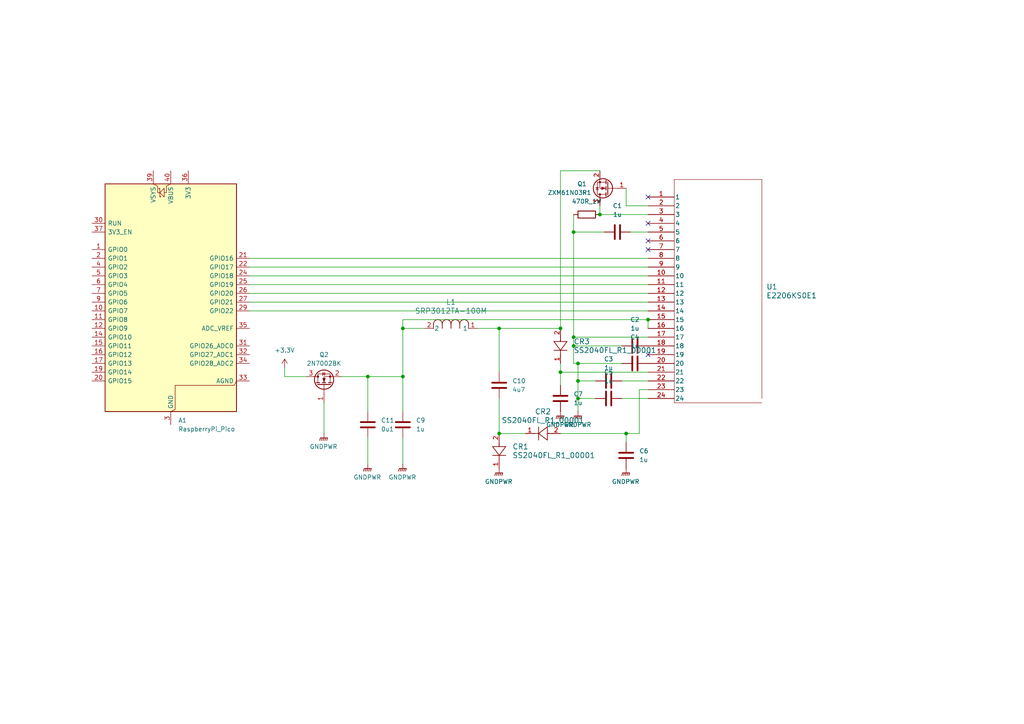
<source format=kicad_sch>
(kicad_sch (version 20250114) (generator "eeschema") (generator_version "9.0")
  (paper "A4")
  (lib_symbols
    (symbol "MCU_Module:RaspberryPi_Pico" (pin_names (offset 0.762))
      (property "Reference" "A" (at -19.05 35.56 0))
      (property "Value" "RaspberryPi_Pico" (at 7.62 35.56 0))
      (symbol "RaspberryPi_Pico_0_1"
        (rectangle (start -19.05 34.29) (end 19.05 -31.75) (stroke (width 0.254)) (fill (type background)))
        (polyline (pts (xy -5.08 34.29) (xy -3.81 33.655) (xy -3.81 31.75) (xy -3.175 31.75)))
        (polyline (pts (xy -3.429 32.766) (xy -3.429 33.02) (xy -3.175 33.02) (xy -3.175 30.48) (xy -2.921 30.48) (xy -2.921 30.734)))
        (polyline (pts (xy -3.175 31.75) (xy -1.905 33.02) (xy -1.905 30.48) (xy -3.175 31.75)))
        (polyline (pts (xy 0 34.29) (xy -1.27 33.655) (xy -1.27 31.75) (xy -1.905 31.75)))
        (polyline (pts (xy 0 -31.75) (xy 1.27 -31.115) (xy 1.27 -24.13) (xy 18.415 -24.13) (xy 19.05 -22.86)))
      )
      (symbol "RaspberryPi_Pico_1_1"
        (pin passive line (at -22.86 22.86 0) (length 3.81) (name "RUN") (number "30"))
        (pin passive line (at -22.86 20.32 0) (length 3.81) (name "3V3_EN") (number "37"))
        (pin bidirectional line (at -22.86 15.24 0) (length 3.81) (name "GPIO0") (number "1"))
        (pin bidirectional line (at -22.86 12.7 0) (length 3.81) (name "GPIO1") (number "2"))
        (pin bidirectional line (at -22.86 10.16 0) (length 3.81) (name "GPIO2") (number "4"))
        (pin bidirectional line (at -22.86 7.62 0) (length 3.81) (name "GPIO3") (number "5"))
        (pin bidirectional line (at -22.86 5.08 0) (length 3.81) (name "GPIO4") (number "6"))
        (pin bidirectional line (at -22.86 2.54 0) (length 3.81) (name "GPIO5") (number "7"))
        (pin bidirectional line (at -22.86 0 0) (length 3.81) (name "GPIO6") (number "9"))
        (pin bidirectional line (at -22.86 -2.54 0) (length 3.81) (name "GPIO7") (number "10"))
        (pin bidirectional line (at -22.86 -5.08 0) (length 3.81) (name "GPIO8") (number "11"))
        (pin bidirectional line (at -22.86 -7.62 0) (length 3.81) (name "GPIO9") (number "12"))
        (pin bidirectional line (at -22.86 -10.16 0) (length 3.81) (name "GPIO10") (number "14"))
        (pin bidirectional line (at -22.86 -12.7 0) (length 3.81) (name "GPIO11") (number "15"))
        (pin bidirectional line (at -22.86 -15.24 0) (length 3.81) (name "GPIO12") (number "16"))
        (pin bidirectional line (at -22.86 -17.78 0) (length 3.81) (name "GPIO13") (number "17"))
        (pin bidirectional line (at -22.86 -20.32 0) (length 3.81) (name "GPIO14") (number "19"))
        (pin bidirectional line (at -22.86 -22.86 0) (length 3.81) (name "GPIO15") (number "20"))
        (pin power_in line (at -5.08 38.1 270) (length 3.81) (name "VSYS") (number "39"))
        (pin power_out line (at 0 38.1 270) (length 3.81) (name "VBUS") (number "40"))
        (pin passive line (at 0 -35.56 90) (length 3.81) (hide yes) (name "GND") (number "13"))
        (pin passive line (at 0 -35.56 90) (length 3.81) (hide yes) (name "GND") (number "18"))
        (pin passive line (at 0 -35.56 90) (length 3.81) (hide yes) (name "GND") (number "23"))
        (pin passive line (at 0 -35.56 90) (length 3.81) (hide yes) (name "GND") (number "28"))
        (pin power_out line (at 0 -35.56 90) (length 3.81) (name "GND") (number "3"))
        (pin passive line (at 0 -35.56 90) (length 3.81) (hide yes) (name "GND") (number "38"))
        (pin passive line (at 0 -35.56 90) (length 3.81) (hide yes) (name "GND") (number "8"))
        (pin power_out line (at 5.08 38.1 270) (length 3.81) (name "3V3") (number "36"))
        (pin bidirectional line (at 22.86 12.7 180) (length 3.81) (name "GPIO16") (number "21"))
        (pin bidirectional line (at 22.86 10.16 180) (length 3.81) (name "GPIO17") (number "22"))
        (pin bidirectional line (at 22.86 7.62 180) (length 3.81) (name "GPIO18") (number "24"))
        (pin bidirectional line (at 22.86 5.08 180) (length 3.81) (name "GPIO19") (number "25"))
        (pin bidirectional line (at 22.86 2.54 180) (length 3.81) (name "GPIO20") (number "26"))
        (pin bidirectional line (at 22.86 0 180) (length 3.81) (name "GPIO21") (number "27"))
        (pin bidirectional line (at 22.86 -2.54 180) (length 3.81) (name "GPIO22") (number "29"))
        (pin power_in line (at 22.86 -7.62 180) (length 3.81) (name "ADC_VREF") (number "35"))
        (pin bidirectional line (at 22.86 -12.7 180) (length 3.81) (name "GPIO26_ADC0") (number "31"))
        (pin bidirectional line (at 22.86 -15.24 180) (length 3.81) (name "GPIO27_ADC1") (number "32"))
        (pin bidirectional line (at 22.86 -17.78 180) (length 3.81) (name "GPIO28_ADC2") (number "34"))
        (pin power_out line (at 22.86 -22.86 180) (length 3.81) (name "AGND") (number "33"))
      )
    )
    (symbol "SRP3012TA-100M:SRP3012TA-100M" (pin_names (offset 0.254))
      (property "Reference" "L" (at 6.985 5.08 0))
      (property "Value" "SRP3012TA-100M" (at 6.985 -2.54 0))
      (symbol "SRP3012TA-100M_1_1"
        (polyline (pts (xy 2.54 0) (xy 2.54 1.27)) (stroke (width 0.2032)))
        (arc (start 2.54 1.27) (mid 3.81 2.5344) (end 5.08 1.27) (stroke (width 0.2032)))
        (polyline (pts (xy 5.08 0) (xy 5.08 1.27)) (stroke (width 0.2032)))
        (arc (start 5.08 1.27) (mid 6.35 2.5344) (end 7.62 1.27) (stroke (width 0.2032)))
        (polyline (pts (xy 7.62 0) (xy 7.62 1.27)) (stroke (width 0.2032)))
        (arc (start 7.62 1.27) (mid 8.89 2.5344) (end 10.16 1.27) (stroke (width 0.2032)))
        (polyline (pts (xy 10.16 0) (xy 10.16 1.27)) (stroke (width 0.2032)))
        (arc (start 10.16 1.27) (mid 11.43 2.5344) (end 12.7 1.27) (stroke (width 0.2032)))
        (polyline (pts (xy 12.7 0) (xy 12.7 1.27)) (stroke (width 0.2032)))
        (pin unspecified line (at 0 0 0) (length 2.54) (name "2") (number "2"))
        (pin unspecified line (at 15.24 0 180) (length 2.54) (name "1") (number "1"))
      )
      (symbol "SRP3012TA-100M_1_2"
        (arc (start -1.27 10.16) (mid -2.5344 11.43) (end -1.27 12.7) (stroke (width 0.2032)))
        (arc (start -1.27 7.62) (mid -2.5344 8.89) (end -1.27 10.16) (stroke (width 0.2032)))
        (arc (start -1.27 5.08) (mid -2.5344 6.35) (end -1.27 7.62) (stroke (width 0.2032)))
        (arc (start -1.27 2.54) (mid -2.5344 3.81) (end -1.27 5.08) (stroke (width 0.2032)))
        (polyline (pts (xy 0 12.7) (xy -1.27 12.7)) (stroke (width 0.2032)))
        (polyline (pts (xy 0 10.16) (xy -1.27 10.16)) (stroke (width 0.2032)))
        (polyline (pts (xy 0 7.62) (xy -1.27 7.62)) (stroke (width 0.2032)))
        (polyline (pts (xy 0 5.08) (xy -1.27 5.08)) (stroke (width 0.2032)))
        (polyline (pts (xy 0 2.54) (xy -1.27 2.54)) (stroke (width 0.2032)))
        (pin unspecified line (at 0 15.24 270) (length 2.54) (name "1") (number "1"))
        (pin unspecified line (at 0 0 90) (length 2.54) (name "2") (number "2"))
      )
    )
    (symbol "SS2040FL_R1_00001:SS2040FL_R1_00001" (pin_names (offset 0.254))
      (property "Reference" "CR" (at 5.08 4.445 0))
      (property "Value" "SS2040FL_R1_00001" (at 5.08 -3.81 0))
      (symbol "SS2040FL_R1_00001_0_1"
        (polyline (pts (xy 2.54 0) (xy 3.4798 0)) (stroke (width 0.2032)))
        (polyline (pts (xy 3.175 0) (xy 3.81 0)) (stroke (width 0.2032)))
        (polyline (pts (xy 3.81 1.905) (xy 3.81 -1.905)) (stroke (width 0.2032)))
        (polyline (pts (xy 3.81 -1.905) (xy 6.35 0)) (stroke (width 0.2032)))
        (polyline (pts (xy 6.35 0) (xy 3.81 1.905)) (stroke (width 0.2032)))
        (polyline (pts (xy 6.35 0) (xy 7.62 0)) (stroke (width 0.2032)))
        (polyline (pts (xy 6.35 -1.905) (xy 6.35 1.905)) (stroke (width 0.2032)))
        (pin unspecified line (at 0 0 0) (length 2.54) (name "") (number "2"))
        (pin unspecified line (at 10.16 0 180) (length 2.54) (name "") (number "1"))
      )
    )
    (symbol "Transistor_FET:ZXM61N03F" (pin_names (offset 0) (hide yes))
      (property "Reference" "Q" (at 5.08 1.905 0))
      (property "Value" "ZXM61N03F" (at 5.08 0 0))
      (symbol "ZXM61N03F_0_1"
        (polyline (pts (xy 0.254 1.905) (xy 0.254 -1.905)) (stroke (width 0.254)))
        (polyline (pts (xy 0.254 0) (xy -2.54 0)))
        (polyline (pts (xy 0.762 2.286) (xy 0.762 1.27)) (stroke (width 0.254)))
        (polyline (pts (xy 0.762 0.508) (xy 0.762 -0.508)) (stroke (width 0.254)))
        (polyline (pts (xy 0.762 -1.27) (xy 0.762 -2.286)) (stroke (width 0.254)))
        (polyline (pts (xy 0.762 -1.778) (xy 3.302 -1.778) (xy 3.302 1.778) (xy 0.762 1.778)))
        (polyline (pts (xy 1.016 0) (xy 2.032 0.381) (xy 2.032 -0.381) (xy 1.016 0)) (fill (type outline)))
        (circle (center 1.651 0) (radius 2.794) (stroke (width 0.254)))
        (polyline (pts (xy 2.54 2.54) (xy 2.54 1.778)))
        (circle (center 2.54 1.778) (radius 0.254) (fill (type outline)))
        (circle (center 2.54 -1.778) (radius 0.254) (fill (type outline)))
        (polyline (pts (xy 2.54 -2.54) (xy 2.54 0) (xy 0.762 0)))
        (polyline (pts (xy 2.921 0.381) (xy 3.683 0.381)))
        (polyline (pts (xy 3.302 0.381) (xy 2.921 -0.254) (xy 3.683 -0.254) (xy 3.302 0.381)))
      )
      (symbol "ZXM61N03F_1_1"
        (pin input line (at -5.08 0 0) (length 2.54) (name "G") (number "1"))
        (pin passive line (at 2.54 5.08 270) (length 2.54) (name "D") (number "3"))
        (pin passive line (at 2.54 -5.08 90) (length 2.54) (name "S") (number "2"))
      )
    )
    (symbol "power:+3.3V" (power) (pin_numbers (hide yes)) (pin_names (offset 0) (hide yes))
      (property "Value" "+3.3V" (at 0 3.556 0))
      (symbol "+3.3V_0_1"
        (polyline (pts (xy -0.762 1.27) (xy 0 2.54)))
        (polyline (pts (xy 0 2.54) (xy 0.762 1.27)))
        (polyline (pts (xy 0 0) (xy 0 2.54)))
      )
      (symbol "+3.3V_1_1"
        (pin power_in line (at 0 0 90) (length 0) (name "~") (number "1"))
      )
    )
    (symbol "power:GNDPWR" (power) (pin_numbers (hide yes)) (pin_names (offset 0) (hide yes))
      (property "Value" "GNDPWR" (at 0 -3.302 0))
      (symbol "GNDPWR_0_1"
        (polyline (pts (xy -1.016 -1.27) (xy -1.27 -2.032) (xy -1.27 -2.032)) (stroke (width 0.2032)))
        (polyline (pts (xy -0.508 -1.27) (xy -0.762 -2.032) (xy -0.762 -2.032)) (stroke (width 0.2032)))
        (polyline (pts (xy 0 -1.27) (xy 0 0)))
        (polyline (pts (xy 0 -1.27) (xy -0.254 -2.032) (xy -0.254 -2.032)) (stroke (width 0.2032)))
        (polyline (pts (xy 0.508 -1.27) (xy 0.254 -2.032) (xy 0.254 -2.032)) (stroke (width 0.2032)))
        (polyline (pts (xy 1.016 -1.27) (xy -1.016 -1.27) (xy -1.016 -1.27)) (stroke (width 0.2032)))
        (polyline (pts (xy 1.016 -1.27) (xy 0.762 -2.032) (xy 0.762 -2.032) (xy 0.762 -2.032)) (stroke (width 0.2032)))
      )
      (symbol "GNDPWR_1_1"
        (pin power_in line (at 0 0 270) (length 0) (name "~") (number "1"))
      )
    )
    (symbol "rsx_Capacitors:0u1" (pin_numbers (hide yes)) (pin_names (offset 0.254))
      (property "Reference" "C" (at 0.635 2.54 0))
      (property "Value" "0u1" (at 0.635 -2.54 0))
      (symbol "0u1_0_1"
        (polyline (pts (xy -2.032 0.762) (xy 2.032 0.762)) (stroke (width 0.508)))
        (polyline (pts (xy -2.032 -0.762) (xy 2.032 -0.762)) (stroke (width 0.508)))
      )
      (symbol "0u1_1_1"
        (pin passive line (at 0 3.81 270) (length 2.794) (name "~") (number "1"))
        (pin passive line (at 0 -3.81 90) (length 2.794) (name "~") (number "2"))
      )
    )
    (symbol "rsx_Capacitors:1u" (pin_numbers (hide yes)) (pin_names (offset 0.254))
      (property "Reference" "C" (at 0.635 2.54 0))
      (property "Value" "1u" (at 0.635 -2.54 0))
      (symbol "1u_0_1"
        (polyline (pts (xy -2.032 0.762) (xy 2.032 0.762)) (stroke (width 0.508)))
        (polyline (pts (xy -2.032 -0.762) (xy 2.032 -0.762)) (stroke (width 0.508)))
      )
      (symbol "1u_1_1"
        (pin passive line (at 0 3.81 270) (length 2.794) (name "~") (number "1"))
        (pin passive line (at 0 -3.81 90) (length 2.794) (name "~") (number "2"))
      )
    )
    (symbol "rsx_Capacitors:4u7" (pin_numbers (hide yes)) (pin_names (offset 0.254))
      (property "Reference" "C" (at 0.635 2.54 0))
      (property "Value" "4u7" (at 0.635 -2.54 0))
      (symbol "4u7_0_1"
        (polyline (pts (xy -2.032 0.762) (xy 2.032 0.762)) (stroke (width 0.508)))
        (polyline (pts (xy -2.032 -0.762) (xy 2.032 -0.762)) (stroke (width 0.508)))
      )
      (symbol "4u7_1_1"
        (pin passive line (at 0 3.81 270) (length 2.794) (name "~") (number "1"))
        (pin passive line (at 0 -3.81 90) (length 2.794) (name "~") (number "2"))
      )
    )
    (symbol "rsx_Resistors:470R_1W" (pin_numbers (hide yes)) (pin_names (offset 0))
      (property "Reference" "R" (at 2.032 0 90))
      (property "Value" "470R_1W" (at 0 0 90))
      (symbol "470R_1W_0_1"
        (rectangle (start -1.016 2.54) (end 1.016 -2.54) (stroke (width 0.254)))
      )
      (symbol "470R_1W_1_1"
        (pin passive line (at 0 3.81 270) (length 1.27) (name "~") (number "1"))
        (pin passive line (at 0 -3.81 90) (length 1.27) (name "~") (number "2"))
      )
    )
    (symbol "rsx_Transistors:2N7002BK" (pin_names (offset 0) (hide yes))
      (property "Reference" "Q" (at 6.35 -1.2701 0))
      (property "Value" "2N7002BK" (at 6.35 1.2699 0))
      (symbol "2N7002BK_0_1"
        (polyline (pts (xy 0.254 1.905) (xy 0.254 -1.905)) (stroke (width 0.254)))
        (polyline (pts (xy 0.254 0) (xy -2.54 0)))
        (polyline (pts (xy 0.762 2.286) (xy 0.762 1.27)) (stroke (width 0.254)))
        (polyline (pts (xy 0.762 0.508) (xy 0.762 -0.508)) (stroke (width 0.254)))
        (polyline (pts (xy 0.762 -1.27) (xy 0.762 -2.286)) (stroke (width 0.254)))
        (polyline (pts (xy 0.762 -1.778) (xy 3.302 -1.778) (xy 3.302 1.778) (xy 0.762 1.778)))
        (polyline (pts (xy 1.016 0) (xy 2.032 0.381) (xy 2.032 -0.381) (xy 1.016 0)) (fill (type outline)))
        (circle (center 1.651 0) (radius 2.794) (stroke (width 0.254)))
        (polyline (pts (xy 2.54 2.54) (xy 2.54 1.778)))
        (circle (center 2.54 1.778) (radius 0.254) (fill (type outline)))
        (circle (center 2.54 -1.778) (radius 0.254) (fill (type outline)))
        (polyline (pts (xy 2.54 -2.54) (xy 2.54 0) (xy 0.762 0)))
        (polyline (pts (xy 2.794 0.508) (xy 2.921 0.381) (xy 3.683 0.381) (xy 3.81 0.254)))
        (polyline (pts (xy 3.302 0.381) (xy 2.921 -0.254) (xy 3.683 -0.254) (xy 3.302 0.381)))
      )
      (symbol "2N7002BK_1_1"
        (pin input line (at -5.08 0 0) (length 2.54) (name "G") (number "1"))
        (pin passive line (at 2.54 5.08 270) (length 2.54) (name "D") (number "3"))
        (pin passive line (at 2.54 -5.08 90) (length 2.54) (name "S") (number "2"))
      )
    )
    (symbol "rsx_misc:GRAPHIC DISPLAY TFT BLACK 2.06{dblquote}" (pin_names (offset 0.254))
      (property "Reference" "U3" (at 20.32 10.16 0))
      (property "Value" "E2206KS0E1" (at 20.32 7.62 0))
      (symbol "GRAPHIC DISPLAY TFT BLACK 2.06{dblquote}_0_1"
        (polyline (pts (xy 7.62 5.08) (xy 7.62 -59.69)) (stroke (width 0.127)))
        (polyline (pts (xy 7.62 -59.69) (xy 33.02 -59.69)) (stroke (width 0.127)))
        (polyline (pts (xy 33.02 5.08) (xy 7.62 5.08)) (stroke (width 0.127)))
        (polyline (pts (xy 33.02 -58.42) (xy 33.02 5.08)) (stroke (width 0.127)))
        (pin unspecified line (at 0 0 0) (length 7.62) (name "1") (number "1"))
        (pin unspecified line (at 0 -2.54 0) (length 7.62) (name "2") (number "2"))
        (pin unspecified line (at 0 -5.08 0) (length 7.62) (name "3") (number "3"))
        (pin unspecified line (at 0 -7.62 0) (length 7.62) (name "4") (number "4"))
        (pin unspecified line (at 0 -10.16 0) (length 7.62) (name "5") (number "5"))
        (pin unspecified line (at 0 -12.7 0) (length 7.62) (name "6") (number "6"))
        (pin unspecified line (at 0 -15.24 0) (length 7.62) (name "7") (number "7"))
        (pin unspecified line (at 0 -17.78 0) (length 7.62) (name "8") (number "8"))
        (pin unspecified line (at 0 -20.32 0) (length 7.62) (name "9") (number "9"))
        (pin unspecified line (at 0 -22.86 0) (length 7.62) (name "10") (number "10"))
        (pin unspecified line (at 0 -25.4 0) (length 7.62) (name "11") (number "11"))
        (pin unspecified line (at 0 -27.94 0) (length 7.62) (name "12") (number "12"))
      )
      (symbol "GRAPHIC DISPLAY TFT BLACK 2.06{dblquote}_1_1"
        (pin unspecified line (at 0 -30.48 0) (length 7.62) (name "13") (number "13"))
        (pin unspecified line (at 0 -33.02 0) (length 7.62) (name "14") (number "14"))
        (pin unspecified line (at 0 -35.56 0) (length 7.62) (name "15") (number "15"))
        (pin unspecified line (at 0 -38.1 0) (length 7.62) (name "16") (number "16"))
        (pin unspecified line (at 0 -40.64 0) (length 7.62) (name "17") (number "17"))
        (pin unspecified line (at 0 -43.18 0) (length 7.62) (name "18") (number "18"))
        (pin unspecified line (at 0 -45.72 0) (length 7.62) (name "19") (number "19"))
        (pin unspecified line (at 0 -48.26 0) (length 7.62) (name "20") (number "20"))
        (pin unspecified line (at 0 -50.8 0) (length 7.62) (name "21") (number "21"))
        (pin unspecified line (at 0 -53.34 0) (length 7.62) (name "22") (number "22"))
        (pin unspecified line (at 0 -55.88 0) (length 7.62) (name "23") (number "23"))
        (pin unspecified line (at 0 -58.42 0) (length 7.62) (name "24") (number "24"))
      )
    )
  )
  (junction (at 181.61 125.73))
  (junction (at 106.68 109.22))
  (junction (at 167.64 105.41))
  (junction (at 116.84 95.25))
  (junction (at 167.64 115.57))
  (junction (at 144.78 95.25))
  (junction (at 162.56 107.95))
  (junction (at 167.64 110.49))
  (junction (at 162.56 95.25))
  (junction (at 166.37 97.79))
  (junction (at 116.84 109.22))
  (junction (at 187.96 92.71))
  (junction (at 166.37 67.31))
  (junction (at 166.37 100.33))
  (junction (at 173.99 62.23))
  (junction (at 144.78 125.73))
  (no_connect (at 187.96 72.39))
  (no_connect (at 187.96 69.85))
  (no_connect (at 187.96 102.87))
  (no_connect (at 187.96 64.77))
  (no_connect (at 187.96 57.15))
  (wire (pts (xy 180.34 110.49) (xy 187.96 110.49)))
  (wire (pts (xy 99.06 109.22) (xy 106.68 109.22)))
  (wire (pts (xy 167.64 119.38) (xy 167.64 115.57)))
  (wire (pts (xy 162.56 125.73) (xy 181.61 125.73)))
  (wire (pts (xy 187.96 62.23) (xy 173.99 62.23)))
  (wire (pts (xy 162.56 107.95) (xy 162.56 111.76)))
  (wire (pts (xy 167.64 110.49) (xy 172.72 110.49)))
  (wire (pts (xy 187.96 115.57) (xy 180.34 115.57)))
  (wire (pts (xy 181.61 54.61) (xy 181.61 59.69)))
  (wire (pts (xy 138.43 95.25) (xy 144.78 95.25)))
  (wire (pts (xy 82.55 106.68) (xy 82.55 109.22)))
  (wire (pts (xy 144.78 125.73) (xy 144.78 115.57)))
  (wire (pts (xy 166.37 62.23) (xy 166.37 67.31)))
  (wire (pts (xy 167.64 105.41) (xy 180.34 105.41)))
  (wire (pts (xy 72.39 85.09) (xy 187.96 85.09)))
  (wire (pts (xy 167.64 105.41) (xy 167.64 110.49)))
  (wire (pts (xy 144.78 95.25) (xy 162.56 95.25)))
  (wire (pts (xy 93.98 116.84) (xy 93.98 125.73)))
  (wire (pts (xy 166.37 105.41) (xy 167.64 105.41)))
  (wire (pts (xy 166.37 67.31) (xy 175.26 67.31)))
  (wire (pts (xy 166.37 67.31) (xy 166.37 97.79)))
  (wire (pts (xy 187.96 113.03) (xy 185.42 113.03)))
  (wire (pts (xy 166.37 100.33) (xy 166.37 105.41)))
  (wire (pts (xy 88.9 109.22) (xy 82.55 109.22)))
  (wire (pts (xy 181.61 59.69) (xy 187.96 59.69)))
  (wire (pts (xy 116.84 95.25) (xy 116.84 109.22)))
  (wire (pts (xy 116.84 92.71) (xy 187.96 92.71)))
  (wire (pts (xy 167.64 110.49) (xy 167.64 115.57)))
  (wire (pts (xy 166.37 97.79) (xy 187.96 97.79)))
  (wire (pts (xy 72.39 82.55) (xy 187.96 82.55)))
  (wire (pts (xy 173.99 62.23) (xy 173.99 59.69)))
  (wire (pts (xy 166.37 97.79) (xy 166.37 100.33)))
  (wire (pts (xy 167.64 115.57) (xy 172.72 115.57)))
  (wire (pts (xy 72.39 77.47) (xy 187.96 77.47)))
  (wire (pts (xy 72.39 80.01) (xy 187.96 80.01)))
  (wire (pts (xy 187.96 107.95) (xy 162.56 107.95)))
  (wire (pts (xy 106.68 109.22) (xy 106.68 119.38)))
  (wire (pts (xy 185.42 113.03) (xy 185.42 125.73)))
  (wire (pts (xy 116.84 119.38) (xy 116.84 109.22)))
  (wire (pts (xy 116.84 92.71) (xy 116.84 95.25)))
  (wire (pts (xy 72.39 90.17) (xy 187.96 90.17)))
  (wire (pts (xy 162.56 105.41) (xy 162.56 107.95)))
  (wire (pts (xy 72.39 74.93) (xy 187.96 74.93)))
  (wire (pts (xy 187.96 92.71) (xy 187.96 95.25)))
  (wire (pts (xy 116.84 95.25) (xy 123.19 95.25)))
  (wire (pts (xy 173.99 49.53) (xy 162.56 49.53)))
  (wire (pts (xy 144.78 107.95) (xy 144.78 95.25)))
  (wire (pts (xy 166.37 100.33) (xy 180.34 100.33)))
  (wire (pts (xy 106.68 109.22) (xy 116.84 109.22)))
  (wire (pts (xy 72.39 87.63) (xy 187.96 87.63)))
  (wire (pts (xy 144.78 125.73) (xy 152.4 125.73)))
  (wire (pts (xy 162.56 49.53) (xy 162.56 95.25)))
  (wire (pts (xy 181.61 125.73) (xy 185.42 125.73)))
  (wire (pts (xy 116.84 127) (xy 116.84 134.62)))
  (wire (pts (xy 182.88 67.31) (xy 187.96 67.31)))
  (wire (pts (xy 181.61 128.27) (xy 181.61 125.73)))
  (wire (pts (xy 106.68 127) (xy 106.68 134.62)))
  (symbol (lib_id "rsx_misc:GRAPHIC DISPLAY TFT BLACK 2.06{dblquote}") (at 187.96 57.15 0) (unit 1)
    (property "Reference" "U1" (at 222.25 83.1849 0) (effects (font (size 1.524 1.524)) (justify left)))
    (property "Value" "E2206KS0E1" (at 222.25 85.7249 0) (effects (font (size 1.524 1.524)) (justify left)))
    (property "Footprint" "SOIC_096NL_PUL" (effects (hide yes)))
    (property "Datasheet" "https://www.pervasivedisplays.com/wp-content/uploads/2023/12/1Pxxx-00_tentative_E2206KS0E1_20230901.pdf" (effects (hide yes)))
    (property "Description" "GRAPHIC DISPLAY TFT BLACK 2.06\"" (effects (hide yes)))
    (property "dpn" "1452-E2206KS0E1-ND" (effects (hide yes)))
    (property "manufacturer" "Pervasive Displays" (effects (hide yes)))
    (property "MPN" "E2206KS0E1" (effects (hide yes)))
  )
  (symbol (lib_id "power:GNDPWR") (at 116.84 134.62 0) (unit 1)
    (property "Reference" "#PWR05" (effects (hide yes)))
    (property "Value" "GNDPWR" (at 116.713 138.43 0))
    (property "Description" "Power symbol creates a global label with name \"GNDPWR\" , global ground" (effects (hide yes)))
  )
  (symbol (lib_id "rsx_Resistors:470R_1W") (at 170.18 62.23 90) (unit 1)
    (property "Reference" "R1" (at 170.18 55.88 90))
    (property "Value" "470R_1W" (at 170.18 58.42 90))
    (property "Footprint" "rsx_resistors:R_2512_6332Metric" (effects (hide yes)))
    (property "Datasheet" "https://www.yageo.com/upload/media/product/products/datasheet/rchip/PYu-RC_Group_51_RoHS_L_12.pdf" (effects (hide yes)))
    (property "Description" "RES 470 OHM 1% 1W 2512" (effects (hide yes)))
    (property "MFR" "YAGEO" (effects (hide yes)))
    (property "DPN" "13-RC2512FK-07470RLCT-ND" (effects (hide yes)))
    (property "MPN" "RC2512FK-07470RL" (effects (hide yes)))
  )
  (symbol (lib_id "power:GNDPWR") (at 93.98 125.73 0) (unit 1)
    (property "Reference" "#PWR07" (effects (hide yes)))
    (property "Value" "GNDPWR" (at 93.853 129.54 0))
    (property "Description" "Power symbol creates a global label with name \"GNDPWR\" , global ground" (effects (hide yes)))
  )
  (symbol (lib_id "SS2040FL_R1_00001:SS2040FL_R1_00001") (at 144.78 125.73 270) (unit 1)
    (property "Reference" "CR1" (at 148.59 129.5399 90) (effects (font (size 1.524 1.524)) (justify left)))
    (property "Value" "SS2040FL_R1_00001" (at 148.59 132.0799 90) (effects (font (size 1.524 1.524)) (justify left)))
    (property "Footprint" "CR_R1_00001_PNJ" (effects (hide yes)))
    (property "Datasheet" "SS2040FL_R1_00001" (effects (hide yes)))
  )
  (symbol (lib_id "rsx_Capacitors:1u") (at 162.56 115.57 180) (unit 1)
    (property "Reference" "C7" (at 166.37 114.2999 0) (effects (justify right)))
    (property "Value" "1u" (at 166.37 116.8399 0) (effects (justify right)))
    (property "Footprint" "rsx_capacitors:C_0805_2012Metric" (effects (hide yes)))
    (property "Description" "CAP CER 1UF 50V X7R 0805" (effects (hide yes)))
    (property "MFR" "Samsung Electro-Mechanics" (effects (hide yes)))
    (property "DPN" "1276-1029-1-ND" (effects (hide yes)))
    (property "MPN" "CL21B105KBFNNNE" (effects (hide yes)))
  )
  (symbol (lib_id "power:GNDPWR") (at 167.64 119.38 0) (unit 1)
    (property "Reference" "#PWR02" (effects (hide yes)))
    (property "Value" "GNDPWR" (at 167.513 123.19 0))
    (property "Description" "Power symbol creates a global label with name \"GNDPWR\" , global ground" (effects (hide yes)))
  )
  (symbol (lib_id "power:GNDPWR") (at 162.56 119.38 0) (unit 1)
    (property "Reference" "#PWR03" (effects (hide yes)))
    (property "Value" "GNDPWR" (at 162.433 123.19 0))
    (property "Description" "Power symbol creates a global label with name \"GNDPWR\" , global ground" (effects (hide yes)))
  )
  (symbol (lib_id "rsx_Capacitors:1u") (at 184.15 100.33 90) (unit 1)
    (property "Reference" "C2" (at 184.15 92.71 90))
    (property "Value" "1u" (at 184.15 95.25 90))
    (property "Footprint" "rsx_capacitors:C_0805_2012Metric" (effects (hide yes)))
    (property "Description" "CAP CER 1UF 50V X7R 0805" (effects (hide yes)))
    (property "MFR" "Samsung Electro-Mechanics" (effects (hide yes)))
    (property "DPN" "1276-1029-1-ND" (effects (hide yes)))
    (property "MPN" "CL21B105KBFNNNE" (effects (hide yes)))
  )
  (symbol (lib_id "Transistor_FET:ZXM61N03F") (at 176.53 54.61 180) (unit 1)
    (property "Reference" "Q1" (at 170.18 53.3399 0) (effects (justify left)))
    (property "Value" "ZXM61N03F" (at 170.18 55.8799 0) (effects (justify left)))
    (property "Footprint" "Package_TO_SOT_SMD:SOT-23" (effects (hide yes)))
    (property "Datasheet" "http://www.diodes.com/assets/Datasheets/ZXM61N03F.pdf" (effects (hide yes)))
    (property "Description" "1.4A Id, 30V Vds, N-Channel MOSFET, SOT-23" (effects (hide yes)))
  )
  (symbol (lib_id "rsx_Capacitors:1u") (at 116.84 123.19 180) (unit 1)
    (property "Reference" "C9" (at 120.65 121.9199 0) (effects (justify right)))
    (property "Value" "1u" (at 120.65 124.4599 0) (effects (justify right)))
    (property "Footprint" "rsx_capacitors:C_0805_2012Metric" (effects (hide yes)))
    (property "Description" "CAP CER 1UF 50V X7R 0805" (effects (hide yes)))
    (property "MFR" "Samsung Electro-Mechanics" (effects (hide yes)))
    (property "DPN" "1276-1029-1-ND" (effects (hide yes)))
    (property "MPN" "CL21B105KBFNNNE" (effects (hide yes)))
  )
  (symbol (lib_id "SS2040FL_R1_00001:SS2040FL_R1_00001") (at 162.56 95.25 270) (unit 1)
    (property "Reference" "CR3" (at 166.37 99.0599 90) (effects (font (size 1.524 1.524)) (justify left)))
    (property "Value" "SS2040FL_R1_00001" (at 166.37 101.5999 90) (effects (font (size 1.524 1.524)) (justify left)))
    (property "Footprint" "CR_R1_00001_PNJ" (effects (hide yes)))
    (property "Datasheet" "SS2040FL_R1_00001" (effects (hide yes)))
  )
  (symbol (lib_id "power:GNDPWR") (at 144.78 135.89 0) (unit 1)
    (property "Reference" "#PWR04" (effects (hide yes)))
    (property "Value" "GNDPWR" (at 144.653 139.7 0))
    (property "Description" "Power symbol creates a global label with name \"GNDPWR\" , global ground" (effects (hide yes)))
  )
  (symbol (lib_id "rsx_Capacitors:4u7") (at 144.78 111.76 0) (unit 1)
    (property "Reference" "C10" (at 148.59 110.4899 0) (effects (justify left)))
    (property "Value" "4u7" (at 148.59 113.0299 0) (effects (justify left)))
    (property "Footprint" "rsx_capacitors:C_0805_2012Metric" (effects (hide yes)))
    (property "Description" "CAP CER 4.7UF 35V X7R 0805" (effects (hide yes)))
    (property "MFR" "Murata Electronics" (effects (hide yes)))
    (property "DPN" "490-GRM21BZ7YA475KE15KCT-ND" (effects (hide yes)))
    (property "MPN" "GRM21BZ7YA475KE15K" (effects (hide yes)))
  )
  (symbol (lib_id "rsx_Capacitors:1u") (at 176.53 110.49 270) (unit 1)
    (property "Reference" "C3" (at 176.53 104.14 90))
    (property "Value" "1u" (at 176.53 106.68 90))
    (property "Footprint" "rsx_capacitors:C_0805_2012Metric" (effects (hide yes)))
    (property "Description" "CAP CER 1UF 50V X7R 0805" (effects (hide yes)))
    (property "MFR" "Samsung Electro-Mechanics" (effects (hide yes)))
    (property "DPN" "1276-1029-1-ND" (effects (hide yes)))
    (property "MPN" "CL21B105KBFNNNE" (effects (hide yes)))
  )
  (symbol (lib_id "rsx_Capacitors:0u1") (at 106.68 123.19 0) (unit 1)
    (property "Reference" "C11" (at 110.49 121.9199 0) (effects (justify left)))
    (property "Value" "0u1" (at 110.49 124.4599 0) (effects (justify left)))
    (property "Footprint" "rsx_capacitors:C_0603_1608Metric" (effects (hide yes)))
    (property "Description" "CAP CER 0.1UF 50V X7R 0603" (effects (hide yes)))
    (property "MFR" "TDK Corporation" (effects (hide yes)))
    (property "DPN" "445-1314-1-ND" (effects (hide yes)))
    (property "MPN" "C1608X7R1H104K080AA" (effects (hide yes)))
  )
  (symbol (lib_id "rsx_Capacitors:1u") (at 176.53 115.57 90) (unit 1)
    (property "Reference" "C5" (at 176.53 107.95 90))
    (property "Value" "1u" (at 176.53 110.49 90))
    (property "Footprint" "rsx_capacitors:C_0805_2012Metric" (effects (hide yes)))
    (property "Description" "CAP CER 1UF 50V X7R 0805" (effects (hide yes)))
    (property "MFR" "Samsung Electro-Mechanics" (effects (hide yes)))
    (property "DPN" "1276-1029-1-ND" (effects (hide yes)))
    (property "MPN" "CL21B105KBFNNNE" (effects (hide yes)))
  )
  (symbol (lib_id "MCU_Module:RaspberryPi_Pico") (at 49.53 87.63 0) (unit 1)
    (property "Reference" "A1" (at 51.6733 121.92 0) (effects (justify left)))
    (property "Value" "RaspberryPi_Pico" (at 51.6733 124.46 0) (effects (justify left)))
    (property "Footprint" "Module:RaspberryPi_Pico_Common_Unspecified" (effects (hide yes)))
    (property "Datasheet" "https://datasheets.raspberrypi.com/pico/pico-datasheet.pdf" (effects (hide yes)))
    (property "Description" "Versatile and inexpensive microcontroller module powered by RP2040 dual-core Arm Cortex-M0+ processor up to 133 MHz, 264kB SRAM, 2MB QSPI flash; also supports Raspberry Pi Pico 2" (effects (hide yes)))
  )
  (symbol (lib_id "power:+3.3V") (at 82.55 106.68 0) (unit 1)
    (property "Reference" "#PWR08" (effects (hide yes)))
    (property "Value" "+3.3V" (at 82.55 101.6 0))
    (property "Description" "Power symbol creates a global label with name \"+3.3V\"" (effects (hide yes)))
  )
  (symbol (lib_id "rsx_Capacitors:1u") (at 181.61 132.08 180) (unit 1)
    (property "Reference" "C6" (at 185.42 130.8099 0) (effects (justify right)))
    (property "Value" "1u" (at 185.42 133.3499 0) (effects (justify right)))
    (property "Footprint" "rsx_capacitors:C_0805_2012Metric" (effects (hide yes)))
    (property "Description" "CAP CER 1UF 50V X7R 0805" (effects (hide yes)))
    (property "MFR" "Samsung Electro-Mechanics" (effects (hide yes)))
    (property "DPN" "1276-1029-1-ND" (effects (hide yes)))
    (property "MPN" "CL21B105KBFNNNE" (effects (hide yes)))
  )
  (symbol (lib_id "power:GNDPWR") (at 181.61 135.89 0) (unit 1)
    (property "Reference" "#PWR01" (effects (hide yes)))
    (property "Value" "GNDPWR" (at 181.483 139.7 0))
    (property "Description" "Power symbol creates a global label with name \"GNDPWR\" , global ground" (effects (hide yes)))
  )
  (symbol (lib_id "rsx_Capacitors:1u") (at 184.15 105.41 90) (unit 1)
    (property "Reference" "C4" (at 184.15 97.79 90))
    (property "Value" "1u" (at 184.15 100.33 90))
    (property "Footprint" "rsx_capacitors:C_0805_2012Metric" (effects (hide yes)))
    (property "Description" "CAP CER 1UF 50V X7R 0805" (effects (hide yes)))
    (property "MFR" "Samsung Electro-Mechanics" (effects (hide yes)))
    (property "DPN" "1276-1029-1-ND" (effects (hide yes)))
    (property "MPN" "CL21B105KBFNNNE" (effects (hide yes)))
  )
  (symbol (lib_id "power:GNDPWR") (at 106.68 134.62 0) (unit 1)
    (property "Reference" "#PWR06" (effects (hide yes)))
    (property "Value" "GNDPWR" (at 106.553 138.43 0))
    (property "Description" "Power symbol creates a global label with name \"GNDPWR\" , global ground" (effects (hide yes)))
  )
  (symbol (lib_id "SRP3012TA-100M:SRP3012TA-100M") (at 123.19 95.25 0) (unit 1)
    (property "Reference" "L1" (at 130.81 87.63 0) (effects (font (size 1.524 1.524))))
    (property "Value" "SRP3012TA-100M" (at 130.81 90.17 0) (effects (font (size 1.524 1.524))))
    (property "Footprint" "IND_SRP3012TA_BRN" (effects (hide yes)))
    (property "Datasheet" "SRP3012TA-100M" (effects (hide yes)))
  )
  (symbol (lib_id "rsx_Transistors:2N7002BK") (at 93.98 111.76 90) (unit 1)
    (property "Reference" "Q2" (at 93.98 102.87 90))
    (property "Value" "2N7002BK" (at 93.98 105.41 90))
    (property "Footprint" "rsx_packages_TO_SOT:SOT-23" (effects (hide yes)))
    (property "Datasheet" "https://assets.nexperia.com/documents/data-sheet/2N7002BK.pdf" (effects (hide yes)))
    (property "Description" "MOSFET N-CH 60V 350MA TO-236AB SOT23" (effects (hide yes)))
    (property "DPN" "1727-4789-1-ND" (effects (hide yes)))
    (property "Description 1" "1=G 2=S 3=D" (effects (hide yes)))
    (property "MPN" "2N7002BK,215" (effects (hide yes)))
  )
  (symbol (lib_id "rsx_Capacitors:1u") (at 179.07 67.31 90) (unit 1)
    (property "Reference" "C1" (at 179.07 59.69 90))
    (property "Value" "1u" (at 179.07 62.23 90))
    (property "Footprint" "rsx_capacitors:C_0805_2012Metric" (effects (hide yes)))
    (property "Description" "CAP CER 1UF 50V X7R 0805" (effects (hide yes)))
    (property "MFR" "Samsung Electro-Mechanics" (effects (hide yes)))
    (property "DPN" "1276-1029-1-ND" (effects (hide yes)))
    (property "MPN" "CL21B105KBFNNNE" (effects (hide yes)))
  )
  (symbol (lib_id "SS2040FL_R1_00001:SS2040FL_R1_00001") (at 162.56 125.73 180) (unit 1)
    (property "Reference" "CR2" (at 157.48 119.38 0) (effects (font (size 1.524 1.524))))
    (property "Value" "SS2040FL_R1_00001" (at 157.48 121.92 0) (effects (font (size 1.524 1.524))))
    (property "Footprint" "CR_R1_00001_PNJ" (effects (hide yes)))
    (property "Datasheet" "SS2040FL_R1_00001" (effects (hide yes)))
  )
)
</source>
